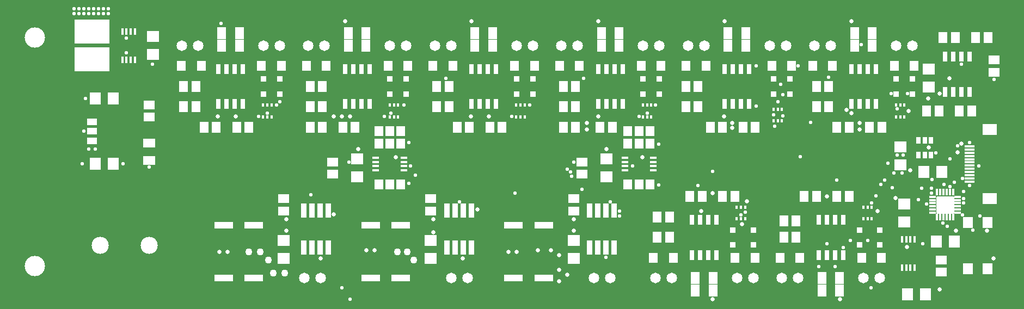
<source format=gbr>
G04 EAGLE Gerber RS-274X export*
G75*
%MOMM*%
%FSLAX34Y34*%
%LPD*%
%INSoldermask Top*%
%IPNEG*%
%AMOC8*
5,1,8,0,0,1.08239X$1,22.5*%
G01*
%ADD10R,2.927000X1.127000*%
%ADD11R,1.727000X1.927000*%
%ADD12R,1.927000X1.727000*%
%ADD13C,1.651000*%
%ADD14C,2.667000*%
%ADD15R,1.527000X0.427000*%
%ADD16R,2.327000X1.727000*%
%ADD17R,1.327000X1.527000*%
%ADD18R,1.377000X1.877000*%
%ADD19R,1.877000X1.377000*%
%ADD20R,0.927000X0.927000*%
%ADD21C,3.175000*%
%ADD22R,1.427000X1.627000*%
%ADD23R,1.427000X1.727000*%
%ADD24R,1.727000X1.427000*%
%ADD25R,1.527000X1.727000*%
%ADD26R,0.727000X1.647000*%
%ADD27R,0.400000X0.625000*%
%ADD28R,1.627000X1.127000*%
%ADD29R,0.877000X2.327000*%
%ADD30R,1.100000X0.450000*%
%ADD31R,0.450000X1.100000*%
%ADD32R,0.727000X1.027000*%
%ADD33C,0.245428*%
%ADD34R,0.977000X0.427000*%
%ADD35R,0.427000X0.977000*%
%ADD36R,5.377000X3.777000*%
%ADD37C,0.584200*%
%ADD38C,0.680200*%
%ADD39C,1.102000*%


D10*
X833750Y63500D03*
X880750Y63500D03*
D11*
X210850Y342900D03*
X182850Y342900D03*
D10*
X611500Y146050D03*
X658500Y146050D03*
X382900Y146050D03*
X429900Y146050D03*
D12*
X704850Y93950D03*
X704850Y121950D03*
X476250Y93950D03*
X476250Y121950D03*
X1435100Y268000D03*
X1435100Y240000D03*
D11*
X1471900Y228600D03*
X1499900Y228600D03*
X1446500Y38100D03*
X1474500Y38100D03*
D12*
X1441450Y151100D03*
X1441450Y179100D03*
X977900Y220950D03*
X977900Y248950D03*
X927100Y93950D03*
X927100Y121950D03*
X590550Y220950D03*
X590550Y248950D03*
X273050Y439450D03*
X273050Y411450D03*
D11*
X1490950Y120650D03*
X1518950Y120650D03*
D10*
X611500Y63500D03*
X658500Y63500D03*
X382900Y63500D03*
X429900Y63500D03*
X833750Y146050D03*
X880750Y146050D03*
D12*
X1479550Y388650D03*
X1479550Y360650D03*
D11*
X182850Y241300D03*
X210850Y241300D03*
D13*
X1181100Y63500D03*
X1206500Y63500D03*
X933450Y425450D03*
X908050Y425450D03*
X863600Y425450D03*
X838200Y425450D03*
X1060450Y425450D03*
X1035050Y425450D03*
X1130300Y425450D03*
X1104900Y425450D03*
X1327150Y425450D03*
X1301750Y425450D03*
X1257300Y425450D03*
X1231900Y425450D03*
X1454150Y425450D03*
X1428750Y425450D03*
X958850Y63500D03*
X984250Y63500D03*
D14*
X190500Y114300D03*
X266700Y114300D03*
D15*
X1543050Y213800D03*
X1543050Y218800D03*
X1543050Y223800D03*
X1543050Y228800D03*
X1543050Y233800D03*
X1543050Y238800D03*
X1543050Y243800D03*
X1543050Y248800D03*
X1543050Y253800D03*
X1543050Y258800D03*
X1543050Y263800D03*
X1543050Y268800D03*
D16*
X1574550Y187300D03*
X1574550Y295300D03*
D13*
X1250950Y63500D03*
X1276350Y63500D03*
X736600Y63500D03*
X762000Y63500D03*
X508000Y63500D03*
X533400Y63500D03*
X1054100Y63500D03*
X1079500Y63500D03*
X1377950Y63500D03*
X1403350Y63500D03*
X342900Y425450D03*
X317500Y425450D03*
X469900Y425450D03*
X444500Y425450D03*
X539750Y425450D03*
X514350Y425450D03*
X666750Y425450D03*
X641350Y425450D03*
X736600Y425450D03*
X711200Y425450D03*
D17*
X1178300Y95250D03*
X1209300Y95250D03*
X866400Y393700D03*
X835400Y393700D03*
X1329950Y393700D03*
X1298950Y393700D03*
X1456950Y393700D03*
X1425950Y393700D03*
X936250Y393700D03*
X905250Y393700D03*
X1063250Y393700D03*
X1032250Y393700D03*
X1133100Y393700D03*
X1102100Y393700D03*
X1266450Y393700D03*
X1235450Y393700D03*
D18*
X1313400Y63500D03*
X1340900Y63500D03*
X1313400Y44450D03*
X1340900Y44450D03*
X1116550Y63500D03*
X1144050Y63500D03*
D17*
X1051300Y95250D03*
X1082300Y95250D03*
D18*
X1116550Y44450D03*
X1144050Y44450D03*
X407450Y425450D03*
X379950Y425450D03*
X407450Y444500D03*
X379950Y444500D03*
X604300Y425450D03*
X576800Y425450D03*
X604300Y444500D03*
X576800Y444500D03*
X998000Y425450D03*
X970500Y425450D03*
X998000Y444500D03*
X970500Y444500D03*
X801150Y425450D03*
X773650Y425450D03*
X801150Y444500D03*
X773650Y444500D03*
X1194850Y444500D03*
X1167350Y444500D03*
D17*
X542550Y393700D03*
X511550Y393700D03*
D18*
X1194850Y425450D03*
X1167350Y425450D03*
X1391700Y444500D03*
X1364200Y444500D03*
X1391700Y425450D03*
X1364200Y425450D03*
D19*
X266700Y274100D03*
X266700Y246600D03*
D20*
X1206500Y115500D03*
X1206500Y138500D03*
X1174750Y115500D03*
X1174750Y138500D03*
X1403350Y115500D03*
X1403350Y138500D03*
X1371600Y115500D03*
X1371600Y138500D03*
X444500Y373450D03*
X444500Y350450D03*
X469900Y373450D03*
X469900Y350450D03*
D17*
X669550Y393700D03*
X638550Y393700D03*
D20*
X641350Y373450D03*
X641350Y350450D03*
X666750Y373450D03*
X666750Y350450D03*
X838200Y373450D03*
X838200Y350450D03*
X863600Y373450D03*
X863600Y350450D03*
X1035050Y373450D03*
X1035050Y350450D03*
X1060450Y373450D03*
X1060450Y350450D03*
X1238250Y373450D03*
X1238250Y350450D03*
X1263650Y373450D03*
X1263650Y350450D03*
X1428750Y373450D03*
X1428750Y350450D03*
X1454150Y373450D03*
X1454150Y350450D03*
D17*
X1248150Y95250D03*
X1279150Y95250D03*
X1375150Y95250D03*
X1406150Y95250D03*
X348240Y393700D03*
X317240Y393700D03*
X472700Y393700D03*
X441700Y393700D03*
X739400Y393700D03*
X708400Y393700D03*
D21*
X88900Y438150D03*
X88900Y82550D03*
D22*
X1045700Y209550D03*
X1028700Y209550D03*
X1011700Y209550D03*
X1045700Y273050D03*
X1028700Y273050D03*
X1011700Y273050D03*
X1045700Y292100D03*
X1028700Y292100D03*
X1011700Y292100D03*
X658350Y209550D03*
X641350Y209550D03*
X624350Y209550D03*
X658350Y273050D03*
X641350Y273050D03*
X624350Y273050D03*
X658350Y292100D03*
X641350Y292100D03*
X624350Y292100D03*
D23*
X1355700Y190500D03*
X1336700Y190500D03*
X815950Y298450D03*
X796950Y298450D03*
X733400Y330200D03*
X714400Y330200D03*
X733400Y361950D03*
X714400Y361950D03*
X911250Y298450D03*
X930250Y298450D03*
X987400Y298450D03*
X968400Y298450D03*
X911250Y330200D03*
X930250Y330200D03*
X911250Y361950D03*
X930250Y361950D03*
X1476400Y323850D03*
X1495400Y323850D03*
X1527200Y323850D03*
X1546200Y323850D03*
X1285900Y190500D03*
X1304900Y190500D03*
X1177900Y190500D03*
X1158900Y190500D03*
X1108100Y190500D03*
X1127100Y190500D03*
X1057300Y158750D03*
X1076300Y158750D03*
X1076300Y127000D03*
X1057300Y127000D03*
X320700Y361950D03*
X339700Y361950D03*
X320700Y330200D03*
X339700Y330200D03*
D24*
X939800Y225450D03*
X939800Y244450D03*
X552450Y225450D03*
X552450Y244450D03*
X476250Y168300D03*
X476250Y187300D03*
X927100Y168300D03*
X927100Y187300D03*
D23*
X1254150Y127000D03*
X1273150Y127000D03*
D24*
X704850Y168300D03*
X704850Y187300D03*
D23*
X1501800Y438150D03*
X1520800Y438150D03*
X1552600Y438150D03*
X1571600Y438150D03*
D24*
X1581150Y384200D03*
X1581150Y403200D03*
X266700Y314350D03*
X266700Y333350D03*
X1498600Y92050D03*
X1498600Y73050D03*
D23*
X517550Y361950D03*
X536550Y361950D03*
X517550Y330200D03*
X536550Y330200D03*
X1209650Y298450D03*
X1190650Y298450D03*
X1139850Y298450D03*
X1158850Y298450D03*
X1254150Y152400D03*
X1273150Y152400D03*
X1101750Y361950D03*
X1120750Y361950D03*
X1101750Y330200D03*
X1120750Y330200D03*
X1406500Y298450D03*
X1387500Y298450D03*
X1336700Y298450D03*
X1355700Y298450D03*
X1304950Y361950D03*
X1323950Y361950D03*
X1304950Y330200D03*
X1323950Y330200D03*
X352450Y298450D03*
X371450Y298450D03*
X422250Y298450D03*
X403250Y298450D03*
X517550Y298450D03*
X536550Y298450D03*
X587350Y298450D03*
X568350Y298450D03*
X746150Y298450D03*
X765150Y298450D03*
D25*
X1570750Y78300D03*
X1570750Y150300D03*
X1540750Y78300D03*
X1540750Y150300D03*
D26*
X1136650Y154250D03*
X1136650Y99750D03*
X1149350Y154250D03*
X1123950Y154250D03*
X1111250Y154250D03*
X1149350Y99750D03*
X1123950Y99750D03*
X1111250Y99750D03*
D27*
X851050Y332975D03*
X844550Y332975D03*
X838050Y332975D03*
X838050Y314725D03*
X844550Y314725D03*
X851050Y314725D03*
D26*
X977900Y334700D03*
X977900Y389200D03*
X965200Y334700D03*
X990600Y334700D03*
X1003300Y334700D03*
X965200Y389200D03*
X990600Y389200D03*
X1003300Y389200D03*
D27*
X1047900Y332975D03*
X1041400Y332975D03*
X1034900Y332975D03*
X1034900Y314725D03*
X1041400Y314725D03*
X1047900Y314725D03*
D26*
X1174750Y334700D03*
X1174750Y389200D03*
X1162050Y334700D03*
X1187450Y334700D03*
X1200150Y334700D03*
X1162050Y389200D03*
X1187450Y389200D03*
X1200150Y389200D03*
D27*
X1251100Y326625D03*
X1244600Y326625D03*
X1238100Y326625D03*
X1238100Y308375D03*
X1244600Y308375D03*
X1251100Y308375D03*
D26*
X1371600Y334700D03*
X1371600Y389200D03*
X1358900Y334700D03*
X1384300Y334700D03*
X1397000Y334700D03*
X1358900Y389200D03*
X1384300Y389200D03*
X1397000Y389200D03*
D27*
X1441600Y332975D03*
X1435100Y332975D03*
X1428600Y332975D03*
X1428600Y314725D03*
X1435100Y314725D03*
X1441600Y314725D03*
D28*
X177800Y307100D03*
X177800Y277100D03*
X177800Y292100D03*
D27*
X1193950Y174225D03*
X1187450Y174225D03*
X1180950Y174225D03*
X1180950Y155975D03*
X1187450Y155975D03*
X1193950Y155975D03*
D26*
X1320800Y99750D03*
X1320800Y154250D03*
X1308100Y99750D03*
X1333500Y99750D03*
X1346200Y99750D03*
X1308100Y154250D03*
X1333500Y154250D03*
X1346200Y154250D03*
D27*
X1390800Y174225D03*
X1384300Y174225D03*
X1377800Y174225D03*
X1377800Y155975D03*
X1384300Y155975D03*
X1390800Y155975D03*
D26*
X387350Y334700D03*
X387350Y389200D03*
X374650Y334700D03*
X400050Y334700D03*
X412750Y334700D03*
X374650Y389200D03*
X400050Y389200D03*
X412750Y389200D03*
D27*
X457350Y332975D03*
X450850Y332975D03*
X444350Y332975D03*
X444350Y314725D03*
X450850Y314725D03*
X457350Y314725D03*
D26*
X584200Y334700D03*
X584200Y389200D03*
X571500Y334700D03*
X596900Y334700D03*
X609600Y334700D03*
X571500Y389200D03*
X596900Y389200D03*
X609600Y389200D03*
D27*
X654200Y332975D03*
X647700Y332975D03*
X641200Y332975D03*
X641200Y314725D03*
X647700Y314725D03*
X654200Y314725D03*
D26*
X781050Y334700D03*
X781050Y389200D03*
X768350Y334700D03*
X793750Y334700D03*
X806450Y334700D03*
X768350Y389200D03*
X793750Y389200D03*
X806450Y389200D03*
D29*
X990250Y168450D03*
X977550Y168450D03*
X964850Y168450D03*
X952150Y168450D03*
X952150Y110940D03*
X964850Y110950D03*
X977550Y110950D03*
X990250Y110950D03*
D30*
X663350Y231550D03*
X663350Y238050D03*
X663350Y244550D03*
X663350Y251050D03*
X619350Y251050D03*
X619350Y244550D03*
X619350Y238050D03*
X619350Y231550D03*
D31*
X225200Y403450D03*
X231700Y403450D03*
X238200Y403450D03*
X244700Y403450D03*
X244700Y447450D03*
X238200Y447450D03*
X231700Y447450D03*
X225200Y447450D03*
D26*
X1517650Y353750D03*
X1517650Y408250D03*
X1504950Y353750D03*
X1530350Y353750D03*
X1543050Y353750D03*
X1504950Y408250D03*
X1530350Y408250D03*
X1543050Y408250D03*
D32*
X1463700Y255200D03*
X1473200Y255200D03*
X1482700Y255200D03*
X1482700Y278200D03*
X1473200Y278200D03*
X1463700Y278200D03*
D33*
X1517358Y190208D02*
X1517358Y165392D01*
X1492542Y165392D01*
X1492542Y190208D01*
X1517358Y190208D01*
X1517358Y167723D02*
X1492542Y167723D01*
X1492542Y170054D02*
X1517358Y170054D01*
X1517358Y172385D02*
X1492542Y172385D01*
X1492542Y174716D02*
X1517358Y174716D01*
X1517358Y177047D02*
X1492542Y177047D01*
X1492542Y179378D02*
X1517358Y179378D01*
X1517358Y181709D02*
X1492542Y181709D01*
X1492542Y184040D02*
X1517358Y184040D01*
X1517358Y186371D02*
X1492542Y186371D01*
X1492542Y188702D02*
X1517358Y188702D01*
D34*
X1485450Y190300D03*
X1485450Y185300D03*
X1485450Y180300D03*
X1485450Y175300D03*
X1485450Y170300D03*
X1485450Y165300D03*
D35*
X1492450Y158300D03*
X1497450Y158300D03*
X1502450Y158300D03*
X1507450Y158300D03*
X1512450Y158300D03*
X1517450Y158300D03*
D34*
X1524450Y165300D03*
X1524450Y170300D03*
X1524450Y175300D03*
X1524450Y180300D03*
X1524450Y185300D03*
X1524450Y190300D03*
D35*
X1517450Y197300D03*
X1512450Y197300D03*
X1507450Y197300D03*
X1502450Y197300D03*
X1497450Y197300D03*
X1492450Y197300D03*
D29*
X768000Y168450D03*
X755300Y168450D03*
X742600Y168450D03*
X729900Y168450D03*
X729900Y110940D03*
X742600Y110950D03*
X755300Y110950D03*
X768000Y110950D03*
X545750Y168450D03*
X533050Y168450D03*
X520350Y168450D03*
X507650Y168450D03*
X507650Y110940D03*
X520350Y110950D03*
X533050Y110950D03*
X545750Y110950D03*
D31*
X1438050Y79600D03*
X1444550Y79600D03*
X1451050Y79600D03*
X1457550Y79600D03*
X1457550Y123600D03*
X1451050Y123600D03*
X1444550Y123600D03*
X1438050Y123600D03*
D30*
X1050700Y231550D03*
X1050700Y238050D03*
X1050700Y244550D03*
X1050700Y251050D03*
X1006700Y251050D03*
X1006700Y244550D03*
X1006700Y238050D03*
X1006700Y231550D03*
D36*
X177800Y447050D03*
X177800Y403850D03*
D37*
X1193800Y166688D03*
X1531938Y161925D03*
D38*
X768350Y463550D03*
X965200Y463550D03*
X1162050Y463550D03*
X1358900Y463550D03*
X1511300Y374650D03*
X1447800Y323850D03*
X1479550Y266700D03*
X1530350Y273050D03*
X1445260Y111760D03*
X1521460Y137160D03*
X1341120Y30480D03*
X1143000Y30480D03*
X1033780Y251460D03*
X977900Y264160D03*
X650240Y251460D03*
X591820Y264160D03*
X375920Y104140D03*
X388620Y104140D03*
X604520Y106680D03*
X617220Y106680D03*
X825500Y104140D03*
X838200Y104140D03*
X927100Y154940D03*
X927100Y137160D03*
X708660Y154940D03*
X708660Y134620D03*
X777240Y170180D03*
X754380Y93980D03*
X480060Y154940D03*
X480060Y137160D03*
X533400Y93980D03*
X553720Y162560D03*
D37*
X670560Y274320D03*
X670560Y210820D03*
X1059180Y271780D03*
X1059180Y208280D03*
X858520Y332740D03*
X830580Y314960D03*
X464820Y332740D03*
X436880Y314960D03*
X167640Y342900D03*
X165100Y292100D03*
X226060Y241300D03*
X266700Y236220D03*
X378460Y459740D03*
D38*
X571500Y463550D03*
D37*
X231140Y436880D03*
X231140Y414020D03*
X271780Y396240D03*
D38*
X1478280Y342900D03*
X1496060Y350520D03*
X1427480Y187960D03*
X1450340Y231140D03*
X1399540Y167640D03*
X1196340Y182880D03*
X1188720Y147320D03*
X1496060Y45720D03*
X1579880Y93980D03*
X1569720Y137160D03*
D37*
X1244600Y337820D03*
X1239520Y299720D03*
X662940Y332740D03*
X632460Y314960D03*
X1054100Y332740D03*
X1028700Y314960D03*
X977550Y96394D03*
X1483360Y203200D03*
X998220Y167640D03*
X998220Y160020D03*
X1187450Y161925D03*
X1533525Y180975D03*
X1346200Y111125D03*
X1357313Y122238D03*
X1390650Y180975D03*
X1533525Y187325D03*
X1384300Y122238D03*
X1547813Y138113D03*
X469900Y338138D03*
X1490663Y258763D03*
X450850Y320675D03*
X1512888Y206375D03*
X923925Y222250D03*
X1404938Y209550D03*
X1503363Y209550D03*
X642938Y320675D03*
X1439863Y255588D03*
X1389380Y48260D03*
X1320800Y116840D03*
D38*
X373380Y314960D03*
X401320Y314960D03*
X553720Y314960D03*
X566420Y314960D03*
X579120Y314960D03*
X767080Y314960D03*
X795020Y314960D03*
X947420Y294640D03*
X947420Y304800D03*
X965200Y314960D03*
X1160780Y314960D03*
X1173480Y304800D03*
X1173480Y297180D03*
X1351280Y325120D03*
X1358900Y320040D03*
X1371600Y304800D03*
X1371600Y294640D03*
X1320800Y190500D03*
X1143000Y195580D03*
X1125220Y167640D03*
X871220Y106680D03*
X891540Y106680D03*
X904240Y99060D03*
X904240Y76200D03*
X904240Y58420D03*
X916940Y68580D03*
X1524000Y259080D03*
D37*
X149860Y482600D03*
X157480Y482600D03*
X165100Y482600D03*
X149860Y474980D03*
X157480Y474980D03*
X165100Y474980D03*
X172720Y482600D03*
X172720Y474980D03*
X180340Y482600D03*
X180340Y474980D03*
X187960Y474980D03*
X187960Y482600D03*
X195580Y482600D03*
X195580Y474980D03*
X203200Y474980D03*
X203200Y482600D03*
D39*
X652780Y104140D03*
X668020Y104140D03*
X678180Y91440D03*
X421640Y104140D03*
X439420Y104140D03*
X452120Y91440D03*
X459740Y71120D03*
X477520Y71120D03*
D37*
X1308100Y81280D03*
X1333500Y81280D03*
X172720Y264160D03*
X162560Y241300D03*
X182880Y264160D03*
X728663Y374650D03*
X942975Y374650D03*
X1252538Y349250D03*
X1211263Y331788D03*
X1276350Y393700D03*
X1211263Y393700D03*
X1446213Y350838D03*
X1420813Y350838D03*
X1238250Y317500D03*
X1295400Y306388D03*
X1252538Y315913D03*
X1249363Y365125D03*
X1323975Y376238D03*
X1374775Y427038D03*
X917575Y233363D03*
X1468438Y203200D03*
X922338Y228600D03*
X1483678Y195898D03*
X1143000Y230188D03*
X1425575Y227013D03*
X1041400Y320675D03*
X1438275Y227013D03*
X1336675Y215900D03*
X1463675Y185738D03*
X1397000Y192088D03*
X1476375Y179388D03*
X1411288Y215900D03*
X1422400Y204788D03*
X1430338Y327025D03*
X1430338Y255588D03*
X927100Y244475D03*
X577850Y244475D03*
X1416050Y242888D03*
X1519238Y212725D03*
X939800Y201613D03*
X1558925Y160338D03*
X749300Y182563D03*
X579120Y30480D03*
X566420Y48260D03*
X518160Y193040D03*
X1557338Y238125D03*
X984250Y182563D03*
X1512888Y249238D03*
X1279525Y252413D03*
X673100Y238125D03*
X1019175Y238125D03*
X1501775Y149225D03*
X1470025Y117475D03*
X1530350Y396875D03*
X1581150Y373063D03*
X1508125Y144463D03*
X1120775Y207963D03*
X835660Y195580D03*
X680720Y223520D03*
X1531938Y219075D03*
X1524000Y269875D03*
X1543050Y207963D03*
X1543050Y274638D03*
X1484313Y217488D03*
X1533525Y198438D03*
M02*

</source>
